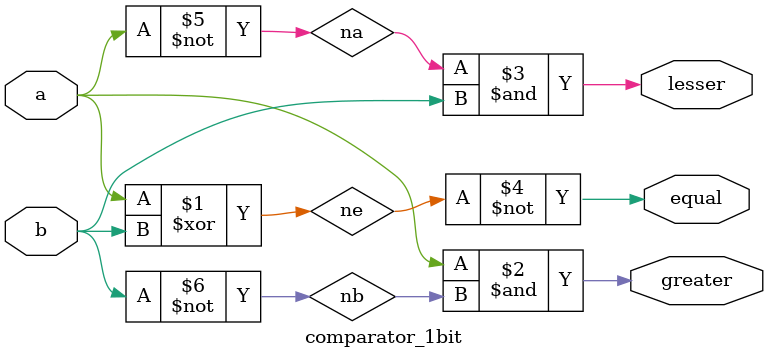
<source format=v>
module comparator_1bit(input a,b,output equal,greater,lesser);
  
  wire na,nb,ne;
  
  xor(ne,a,b);
  not(equal,ne);
  not(na,a);
  not(nb,b);
  and(greater,a,nb);
  and(lesser,na,b);
  
endmodule

</source>
